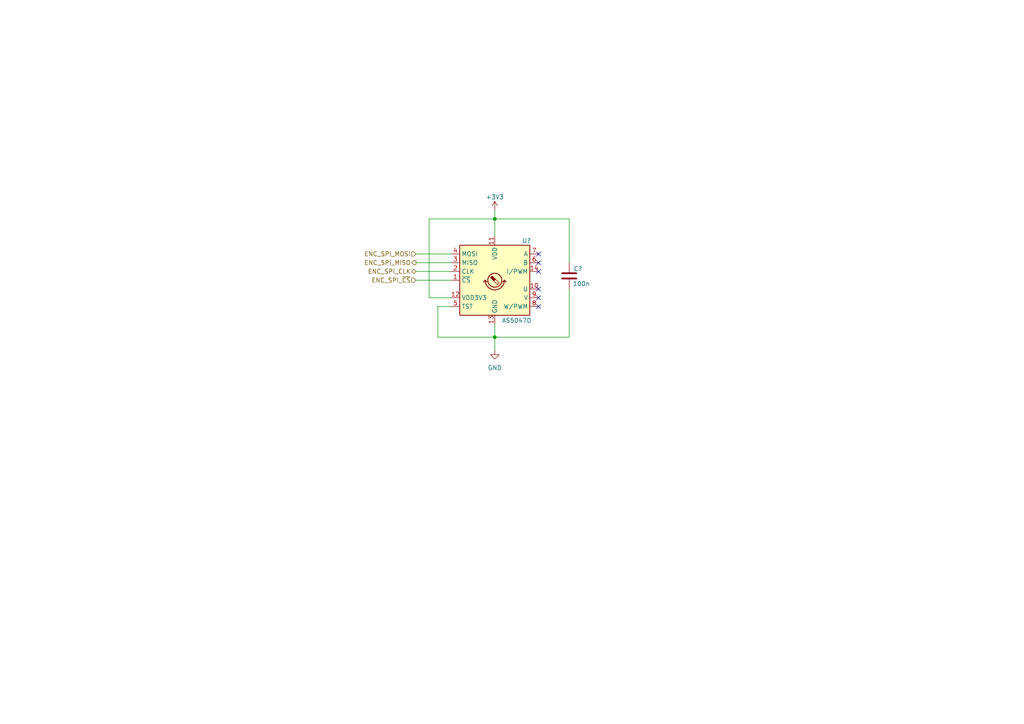
<source format=kicad_sch>
(kicad_sch (version 20250114) (generator "eeschema") (generator_version "9.0")
  (paper "A4")
  (title_block (title "STM32F405 ESC") (rev "0.0.1") (company "mangoByte"))
  (lib_symbols
    (symbol "Device:C" (pin_numbers (hide yes)) (pin_names (offset 0.254))
      (property "Reference" "C" (at 0.635 2.54 0))
      (property "Value" "C" (at 0.635 -2.54 0))
      (symbol "C_0_1"
        (polyline (pts (xy -2.032 0.762) (xy 2.032 0.762)) (stroke (width 0.508)))
        (polyline (pts (xy -2.032 -0.762) (xy 2.032 -0.762)) (stroke (width 0.508)))
      )
      (symbol "C_1_1"
        (pin passive line (at 0 3.81 270) (length 2.794) (name "~") (number "1"))
        (pin passive line (at 0 -3.81 90) (length 2.794) (name "~") (number "2"))
      )
    )
    (symbol "Sensor_Magnetic:AS5047D"
      (property "Reference" "U" (at -8.89 11.43 0))
      (property "Value" "AS5047D" (at 5.08 11.43 0))
      (symbol "AS5047D_1_1"
        (rectangle (start -10.16 10.16) (end 10.16 -10.16) (stroke (width 0.254)) (fill (type background)))
        (polyline (pts (xy -2.794 0) (xy -3.302 -0.508)) (stroke (width 0.254)))
        (polyline (pts (xy -2.794 0) (xy -2.286 -0.508)) (stroke (width 0.254)))
        (polyline (pts (xy -0.762 1.27) (xy 0.254 0.254) (xy -0.254 -0.254) (xy -1.27 0.762) (xy -1.016 1.016) (xy -0.762 1.27) (xy -0.635 1.143)) (fill (type outline)))
        (arc (start 2.794 0) (mid 0 -2.7819) (end -2.794 0) (stroke (width 0.254)))
        (circle (center 0 0) (radius 2.032) (stroke (width 0.254)))
        (polyline (pts (xy 0.254 0.254) (xy 1.27 -0.762) (xy 0.762 -1.27) (xy -0.254 -0.254)))
        (polyline (pts (xy 2.794 0) (xy 2.286 -0.508)) (stroke (width 0.254)))
        (polyline (pts (xy 2.794 0) (xy 3.302 -0.508)) (stroke (width 0.254)))
        (pin input line (at -12.7 7.62 0) (length 2.54) (name "MOSI") (number "4"))
        (pin output line (at -12.7 5.08 0) (length 2.54) (name "MISO") (number "3"))
        (pin input line (at -12.7 2.54 0) (length 2.54) (name "CLK") (number "2"))
        (pin input line (at -12.7 0 0) (length 2.54) (name "~{CS}") (number "1"))
        (pin power_out line (at -12.7 -5.08 0) (length 2.54) (name "VDD3V3") (number "12"))
        (pin input line (at -12.7 -7.62 0) (length 2.54) (name "TST") (number "5"))
        (pin power_in line (at 0 12.7 270) (length 2.54) (name "VDD") (number "11"))
        (pin power_in line (at 0 -12.7 90) (length 2.54) (name "GND") (number "13"))
        (pin output line (at 12.7 7.62 180) (length 2.54) (name "A") (number "7"))
        (pin output line (at 12.7 5.08 180) (length 2.54) (name "B") (number "6"))
        (pin output line (at 12.7 2.54 180) (length 2.54) (name "I/PWM") (number "14"))
        (pin output line (at 12.7 -2.54 180) (length 2.54) (name "U") (number "10"))
        (pin output line (at 12.7 -5.08 180) (length 2.54) (name "V") (number "9"))
        (pin output line (at 12.7 -7.62 180) (length 2.54) (name "W/PWM") (number "8"))
      )
    )
    (symbol "power:+3V3" (power) (pin_numbers (hide yes)) (pin_names (offset 0) (hide yes))
      (property "Value" "+3V3" (at 0 3.556 0))
      (symbol "+3V3_0_1"
        (polyline (pts (xy -0.762 1.27) (xy 0 2.54)))
        (polyline (pts (xy 0 2.54) (xy 0.762 1.27)))
        (polyline (pts (xy 0 0) (xy 0 2.54)))
      )
      (symbol "+3V3_1_1"
        (pin power_in line (at 0 0 90) (length 0) (name "~") (number "1"))
      )
    )
    (symbol "power:GND" (power) (pin_numbers (hide yes)) (pin_names (offset 0) (hide yes))
      (property "Value" "GND" (at 0 -3.81 0))
      (symbol "GND_0_1"
        (polyline (pts (xy 0 0) (xy 0 -1.27) (xy 1.27 -1.27) (xy 0 -2.54) (xy -1.27 -1.27) (xy 0 -1.27)))
      )
      (symbol "GND_1_1"
        (pin power_in line (at 0 0 270) (length 0) (name "~") (number "1"))
      )
    )
  )
  (junction (at 143.51 97.79))
  (junction (at 143.51 63.5))
  (no_connect (at 156.21 73.66))
  (no_connect (at 156.21 78.74))
  (no_connect (at 156.21 76.2))
  (no_connect (at 156.21 86.36))
  (no_connect (at 156.21 83.82))
  (no_connect (at 156.21 88.9))
  (wire (pts (xy 127 88.9) (xy 127 97.79)))
  (wire (pts (xy 120.65 78.74) (xy 130.81 78.74)))
  (wire (pts (xy 165.1 83.82) (xy 165.1 97.79)))
  (wire (pts (xy 143.51 60.96) (xy 143.51 63.5)))
  (wire (pts (xy 120.65 76.2) (xy 130.81 76.2)))
  (wire (pts (xy 130.81 86.36) (xy 124.46 86.36)))
  (wire (pts (xy 127 97.79) (xy 143.51 97.79)))
  (wire (pts (xy 120.65 73.66) (xy 130.81 73.66)))
  (wire (pts (xy 143.51 97.79) (xy 143.51 93.98)))
  (wire (pts (xy 130.81 88.9) (xy 127 88.9)))
  (wire (pts (xy 143.51 68.58) (xy 143.51 63.5)))
  (wire (pts (xy 124.46 86.36) (xy 124.46 63.5)))
  (wire (pts (xy 120.65 81.28) (xy 130.81 81.28)))
  (wire (pts (xy 165.1 63.5) (xy 165.1 76.2)))
  (wire (pts (xy 165.1 97.79) (xy 143.51 97.79)))
  (wire (pts (xy 143.51 63.5) (xy 165.1 63.5)))
  (wire (pts (xy 124.46 63.5) (xy 143.51 63.5)))
  (wire (pts (xy 143.51 97.79) (xy 143.51 101.6)))
  (hierarchical_label "ENC_SPI_MOSI" (shape input) (at 120.65 73.66 180))
  (hierarchical_label "ENC_SPI_~{CS}" (shape input) (at 120.65 81.28 180))
  (hierarchical_label "ENC_SPI_MISO" (shape output) (at 120.65 76.2 180))
  (hierarchical_label "ENC_SPI_CLK" (shape bidirectional) (at 120.65 78.74 180))
  (symbol (lib_id "Sensor_Magnetic:AS5047D") (at 143.51 81.28 0) (unit 1)
    (property "Reference" "U?" (at 151.384 69.85 0) (effects (justify left)))
    (property "Value" "AS5047D" (at 145.542 92.964 0) (effects (justify left)))
    (property "Footprint" "Package_SO:TSSOP-14_4.4x5mm_P0.65mm" (effects (hide yes)))
    (property "Datasheet" "https://ams.com/documents/20143/36005/AS5047D_DS000394_2-00.pdf" (effects (hide yes)))
    (property "Description" "On-Axis Magnetic Position Sensor, 14-bit, PWM Output, ABI Output, UVW Output, SPI Interface, TSSOP-14" (effects (hide yes)))
  )
  (symbol (lib_id "power:+3V3") (at 143.51 60.96 0) (unit 1)
    (property "Reference" "#PWR043" (effects (hide yes)))
    (property "Value" "+3V3" (at 143.51 57.15 0))
    (property "Description" "Power symbol creates a global label with name \"+3V3\"" (effects (hide yes)))
  )
  (symbol (lib_id "Device:C") (at 165.1 80.01 0) (unit 1)
    (property "Reference" "C?" (at 166.37 77.978 0) (effects (justify left)))
    (property "Value" "100n" (at 166.116 82.296 0) (effects (justify left)))
    (property "Footprint" "No Silkscreen:C_0402_1005Metric" (effects (hide yes)))
    (property "Description" "Unpolarized capacitor" (effects (hide yes)))
  )
  (symbol (lib_id "power:GND") (at 143.51 101.6 0) (unit 1)
    (property "Reference" "#PWR041" (effects (hide yes)))
    (property "Value" "GND" (at 143.51 106.68 0))
    (property "Description" "Power symbol creates a global label with name \"GND\" , ground" (effects (hide yes)))
  )
)
</source>
